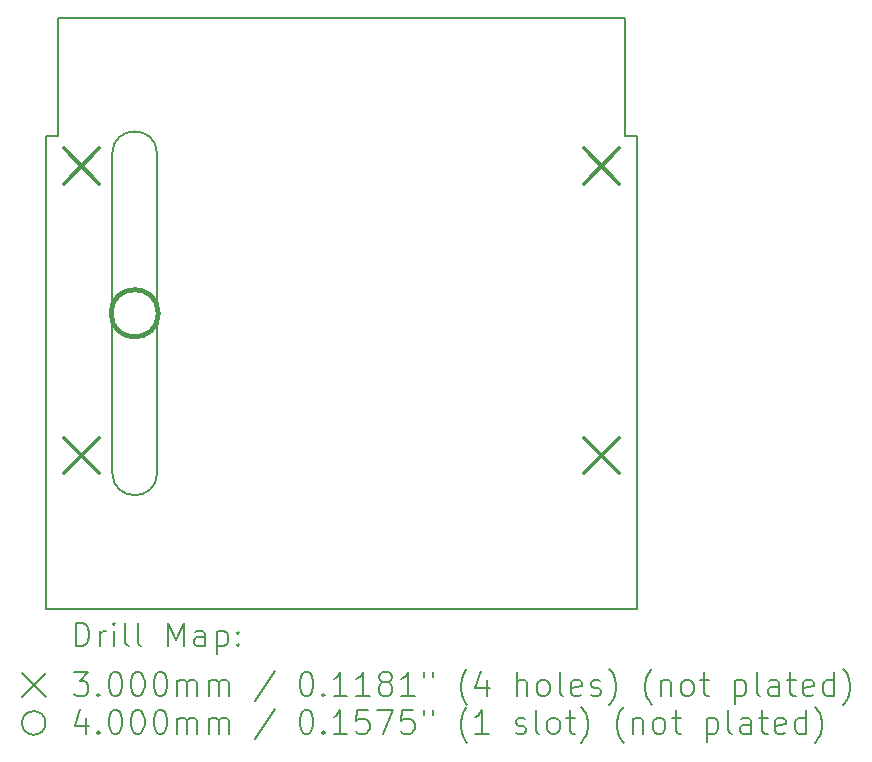
<source format=gbr>
%FSLAX45Y45*%
G04 Gerber Fmt 4.5, Leading zero omitted, Abs format (unit mm)*
G04 Created by KiCad (PCBNEW 5.99.0-unknown-0e3c79d3b2~131~ubuntu20.04.1) date 2021-09-07 14:14:46*
%MOMM*%
%LPD*%
G01*
G04 APERTURE LIST*
%TA.AperFunction,Profile*%
%ADD10C,0.127000*%
%TD*%
%ADD11C,0.200000*%
%ADD12C,0.300000*%
%ADD13C,0.400000*%
G04 APERTURE END LIST*
D10*
X16400000Y-8500000D02*
X16400000Y-12500000D01*
X11400000Y-12500000D02*
X11400000Y-8500000D01*
X16300000Y-8500000D02*
X16400000Y-8500000D01*
X16300000Y-7500000D02*
X16300000Y-8500000D01*
X11400000Y-8500000D02*
X11500000Y-8500000D01*
X11500000Y-8500000D02*
X11500000Y-7500000D01*
X11500000Y-7500000D02*
X16300000Y-7500000D01*
X16400000Y-12500000D02*
X11400000Y-12500000D01*
D11*
D12*
X11550000Y-8600000D02*
X11850000Y-8900000D01*
X11850000Y-8600000D02*
X11550000Y-8900000D01*
X11550000Y-11050000D02*
X11850000Y-11350000D01*
X11850000Y-11050000D02*
X11550000Y-11350000D01*
X15950000Y-8600000D02*
X16250000Y-8900000D01*
X16250000Y-8600000D02*
X15950000Y-8900000D01*
X15950000Y-11050000D02*
X16250000Y-11350000D01*
X16250000Y-11050000D02*
X15950000Y-11350000D01*
D13*
X12348102Y-9997500D02*
G75*
G03*
X12348102Y-9997500I-200000J0D01*
G01*
D11*
X11958102Y-8647500D02*
X11958102Y-11347500D01*
X12338102Y-8647500D02*
X12338102Y-11347500D01*
X11958102Y-11347500D02*
G75*
G03*
X12338102Y-11347500I190000J0D01*
G01*
X12338102Y-8647500D02*
G75*
G03*
X11958102Y-8647500I-190000J0D01*
G01*
X11651269Y-12816826D02*
X11651269Y-12616826D01*
X11698888Y-12616826D01*
X11727459Y-12626350D01*
X11746507Y-12645398D01*
X11756031Y-12664445D01*
X11765555Y-12702540D01*
X11765555Y-12731112D01*
X11756031Y-12769207D01*
X11746507Y-12788255D01*
X11727459Y-12807302D01*
X11698888Y-12816826D01*
X11651269Y-12816826D01*
X11851269Y-12816826D02*
X11851269Y-12683493D01*
X11851269Y-12721588D02*
X11860793Y-12702540D01*
X11870317Y-12693017D01*
X11889364Y-12683493D01*
X11908412Y-12683493D01*
X11975078Y-12816826D02*
X11975078Y-12683493D01*
X11975078Y-12616826D02*
X11965555Y-12626350D01*
X11975078Y-12635874D01*
X11984602Y-12626350D01*
X11975078Y-12616826D01*
X11975078Y-12635874D01*
X12098888Y-12816826D02*
X12079840Y-12807302D01*
X12070317Y-12788255D01*
X12070317Y-12616826D01*
X12203650Y-12816826D02*
X12184602Y-12807302D01*
X12175078Y-12788255D01*
X12175078Y-12616826D01*
X12432221Y-12816826D02*
X12432221Y-12616826D01*
X12498888Y-12759683D01*
X12565555Y-12616826D01*
X12565555Y-12816826D01*
X12746507Y-12816826D02*
X12746507Y-12712064D01*
X12736983Y-12693017D01*
X12717936Y-12683493D01*
X12679840Y-12683493D01*
X12660793Y-12693017D01*
X12746507Y-12807302D02*
X12727459Y-12816826D01*
X12679840Y-12816826D01*
X12660793Y-12807302D01*
X12651269Y-12788255D01*
X12651269Y-12769207D01*
X12660793Y-12750159D01*
X12679840Y-12740636D01*
X12727459Y-12740636D01*
X12746507Y-12731112D01*
X12841745Y-12683493D02*
X12841745Y-12883493D01*
X12841745Y-12693017D02*
X12860793Y-12683493D01*
X12898888Y-12683493D01*
X12917936Y-12693017D01*
X12927459Y-12702540D01*
X12936983Y-12721588D01*
X12936983Y-12778731D01*
X12927459Y-12797778D01*
X12917936Y-12807302D01*
X12898888Y-12816826D01*
X12860793Y-12816826D01*
X12841745Y-12807302D01*
X13022698Y-12797778D02*
X13032221Y-12807302D01*
X13022698Y-12816826D01*
X13013174Y-12807302D01*
X13022698Y-12797778D01*
X13022698Y-12816826D01*
X13022698Y-12693017D02*
X13032221Y-12702540D01*
X13022698Y-12712064D01*
X13013174Y-12702540D01*
X13022698Y-12693017D01*
X13022698Y-12712064D01*
X11193650Y-13046350D02*
X11393650Y-13246350D01*
X11393650Y-13046350D02*
X11193650Y-13246350D01*
X11632221Y-13036826D02*
X11756031Y-13036826D01*
X11689364Y-13113017D01*
X11717936Y-13113017D01*
X11736983Y-13122540D01*
X11746507Y-13132064D01*
X11756031Y-13151112D01*
X11756031Y-13198731D01*
X11746507Y-13217778D01*
X11736983Y-13227302D01*
X11717936Y-13236826D01*
X11660793Y-13236826D01*
X11641745Y-13227302D01*
X11632221Y-13217778D01*
X11841745Y-13217778D02*
X11851269Y-13227302D01*
X11841745Y-13236826D01*
X11832221Y-13227302D01*
X11841745Y-13217778D01*
X11841745Y-13236826D01*
X11975078Y-13036826D02*
X11994126Y-13036826D01*
X12013174Y-13046350D01*
X12022698Y-13055874D01*
X12032221Y-13074921D01*
X12041745Y-13113017D01*
X12041745Y-13160636D01*
X12032221Y-13198731D01*
X12022698Y-13217778D01*
X12013174Y-13227302D01*
X11994126Y-13236826D01*
X11975078Y-13236826D01*
X11956031Y-13227302D01*
X11946507Y-13217778D01*
X11936983Y-13198731D01*
X11927459Y-13160636D01*
X11927459Y-13113017D01*
X11936983Y-13074921D01*
X11946507Y-13055874D01*
X11956031Y-13046350D01*
X11975078Y-13036826D01*
X12165555Y-13036826D02*
X12184602Y-13036826D01*
X12203650Y-13046350D01*
X12213174Y-13055874D01*
X12222698Y-13074921D01*
X12232221Y-13113017D01*
X12232221Y-13160636D01*
X12222698Y-13198731D01*
X12213174Y-13217778D01*
X12203650Y-13227302D01*
X12184602Y-13236826D01*
X12165555Y-13236826D01*
X12146507Y-13227302D01*
X12136983Y-13217778D01*
X12127459Y-13198731D01*
X12117936Y-13160636D01*
X12117936Y-13113017D01*
X12127459Y-13074921D01*
X12136983Y-13055874D01*
X12146507Y-13046350D01*
X12165555Y-13036826D01*
X12356031Y-13036826D02*
X12375078Y-13036826D01*
X12394126Y-13046350D01*
X12403650Y-13055874D01*
X12413174Y-13074921D01*
X12422698Y-13113017D01*
X12422698Y-13160636D01*
X12413174Y-13198731D01*
X12403650Y-13217778D01*
X12394126Y-13227302D01*
X12375078Y-13236826D01*
X12356031Y-13236826D01*
X12336983Y-13227302D01*
X12327459Y-13217778D01*
X12317936Y-13198731D01*
X12308412Y-13160636D01*
X12308412Y-13113017D01*
X12317936Y-13074921D01*
X12327459Y-13055874D01*
X12336983Y-13046350D01*
X12356031Y-13036826D01*
X12508412Y-13236826D02*
X12508412Y-13103493D01*
X12508412Y-13122540D02*
X12517936Y-13113017D01*
X12536983Y-13103493D01*
X12565555Y-13103493D01*
X12584602Y-13113017D01*
X12594126Y-13132064D01*
X12594126Y-13236826D01*
X12594126Y-13132064D02*
X12603650Y-13113017D01*
X12622698Y-13103493D01*
X12651269Y-13103493D01*
X12670317Y-13113017D01*
X12679840Y-13132064D01*
X12679840Y-13236826D01*
X12775078Y-13236826D02*
X12775078Y-13103493D01*
X12775078Y-13122540D02*
X12784602Y-13113017D01*
X12803650Y-13103493D01*
X12832221Y-13103493D01*
X12851269Y-13113017D01*
X12860793Y-13132064D01*
X12860793Y-13236826D01*
X12860793Y-13132064D02*
X12870317Y-13113017D01*
X12889364Y-13103493D01*
X12917936Y-13103493D01*
X12936983Y-13113017D01*
X12946507Y-13132064D01*
X12946507Y-13236826D01*
X13336983Y-13027302D02*
X13165555Y-13284445D01*
X13594126Y-13036826D02*
X13613174Y-13036826D01*
X13632221Y-13046350D01*
X13641745Y-13055874D01*
X13651269Y-13074921D01*
X13660793Y-13113017D01*
X13660793Y-13160636D01*
X13651269Y-13198731D01*
X13641745Y-13217778D01*
X13632221Y-13227302D01*
X13613174Y-13236826D01*
X13594126Y-13236826D01*
X13575078Y-13227302D01*
X13565555Y-13217778D01*
X13556031Y-13198731D01*
X13546507Y-13160636D01*
X13546507Y-13113017D01*
X13556031Y-13074921D01*
X13565555Y-13055874D01*
X13575078Y-13046350D01*
X13594126Y-13036826D01*
X13746507Y-13217778D02*
X13756031Y-13227302D01*
X13746507Y-13236826D01*
X13736983Y-13227302D01*
X13746507Y-13217778D01*
X13746507Y-13236826D01*
X13946507Y-13236826D02*
X13832221Y-13236826D01*
X13889364Y-13236826D02*
X13889364Y-13036826D01*
X13870317Y-13065398D01*
X13851269Y-13084445D01*
X13832221Y-13093969D01*
X14136983Y-13236826D02*
X14022698Y-13236826D01*
X14079840Y-13236826D02*
X14079840Y-13036826D01*
X14060793Y-13065398D01*
X14041745Y-13084445D01*
X14022698Y-13093969D01*
X14251269Y-13122540D02*
X14232221Y-13113017D01*
X14222698Y-13103493D01*
X14213174Y-13084445D01*
X14213174Y-13074921D01*
X14222698Y-13055874D01*
X14232221Y-13046350D01*
X14251269Y-13036826D01*
X14289364Y-13036826D01*
X14308412Y-13046350D01*
X14317936Y-13055874D01*
X14327459Y-13074921D01*
X14327459Y-13084445D01*
X14317936Y-13103493D01*
X14308412Y-13113017D01*
X14289364Y-13122540D01*
X14251269Y-13122540D01*
X14232221Y-13132064D01*
X14222698Y-13141588D01*
X14213174Y-13160636D01*
X14213174Y-13198731D01*
X14222698Y-13217778D01*
X14232221Y-13227302D01*
X14251269Y-13236826D01*
X14289364Y-13236826D01*
X14308412Y-13227302D01*
X14317936Y-13217778D01*
X14327459Y-13198731D01*
X14327459Y-13160636D01*
X14317936Y-13141588D01*
X14308412Y-13132064D01*
X14289364Y-13122540D01*
X14517936Y-13236826D02*
X14403650Y-13236826D01*
X14460793Y-13236826D02*
X14460793Y-13036826D01*
X14441745Y-13065398D01*
X14422698Y-13084445D01*
X14403650Y-13093969D01*
X14594126Y-13036826D02*
X14594126Y-13074921D01*
X14670317Y-13036826D02*
X14670317Y-13074921D01*
X14965555Y-13313017D02*
X14956031Y-13303493D01*
X14936983Y-13274921D01*
X14927459Y-13255874D01*
X14917936Y-13227302D01*
X14908412Y-13179683D01*
X14908412Y-13141588D01*
X14917936Y-13093969D01*
X14927459Y-13065398D01*
X14936983Y-13046350D01*
X14956031Y-13017778D01*
X14965555Y-13008255D01*
X15127459Y-13103493D02*
X15127459Y-13236826D01*
X15079840Y-13027302D02*
X15032221Y-13170159D01*
X15156031Y-13170159D01*
X15384602Y-13236826D02*
X15384602Y-13036826D01*
X15470317Y-13236826D02*
X15470317Y-13132064D01*
X15460793Y-13113017D01*
X15441745Y-13103493D01*
X15413174Y-13103493D01*
X15394126Y-13113017D01*
X15384602Y-13122540D01*
X15594126Y-13236826D02*
X15575078Y-13227302D01*
X15565555Y-13217778D01*
X15556031Y-13198731D01*
X15556031Y-13141588D01*
X15565555Y-13122540D01*
X15575078Y-13113017D01*
X15594126Y-13103493D01*
X15622698Y-13103493D01*
X15641745Y-13113017D01*
X15651269Y-13122540D01*
X15660793Y-13141588D01*
X15660793Y-13198731D01*
X15651269Y-13217778D01*
X15641745Y-13227302D01*
X15622698Y-13236826D01*
X15594126Y-13236826D01*
X15775078Y-13236826D02*
X15756031Y-13227302D01*
X15746507Y-13208255D01*
X15746507Y-13036826D01*
X15927459Y-13227302D02*
X15908412Y-13236826D01*
X15870317Y-13236826D01*
X15851269Y-13227302D01*
X15841745Y-13208255D01*
X15841745Y-13132064D01*
X15851269Y-13113017D01*
X15870317Y-13103493D01*
X15908412Y-13103493D01*
X15927459Y-13113017D01*
X15936983Y-13132064D01*
X15936983Y-13151112D01*
X15841745Y-13170159D01*
X16013174Y-13227302D02*
X16032221Y-13236826D01*
X16070317Y-13236826D01*
X16089364Y-13227302D01*
X16098888Y-13208255D01*
X16098888Y-13198731D01*
X16089364Y-13179683D01*
X16070317Y-13170159D01*
X16041745Y-13170159D01*
X16022698Y-13160636D01*
X16013174Y-13141588D01*
X16013174Y-13132064D01*
X16022698Y-13113017D01*
X16041745Y-13103493D01*
X16070317Y-13103493D01*
X16089364Y-13113017D01*
X16165555Y-13313017D02*
X16175078Y-13303493D01*
X16194126Y-13274921D01*
X16203650Y-13255874D01*
X16213174Y-13227302D01*
X16222698Y-13179683D01*
X16222698Y-13141588D01*
X16213174Y-13093969D01*
X16203650Y-13065398D01*
X16194126Y-13046350D01*
X16175078Y-13017778D01*
X16165555Y-13008255D01*
X16527459Y-13313017D02*
X16517936Y-13303493D01*
X16498888Y-13274921D01*
X16489364Y-13255874D01*
X16479840Y-13227302D01*
X16470317Y-13179683D01*
X16470317Y-13141588D01*
X16479840Y-13093969D01*
X16489364Y-13065398D01*
X16498888Y-13046350D01*
X16517936Y-13017778D01*
X16527459Y-13008255D01*
X16603650Y-13103493D02*
X16603650Y-13236826D01*
X16603650Y-13122540D02*
X16613174Y-13113017D01*
X16632221Y-13103493D01*
X16660793Y-13103493D01*
X16679840Y-13113017D01*
X16689364Y-13132064D01*
X16689364Y-13236826D01*
X16813174Y-13236826D02*
X16794126Y-13227302D01*
X16784602Y-13217778D01*
X16775078Y-13198731D01*
X16775078Y-13141588D01*
X16784602Y-13122540D01*
X16794126Y-13113017D01*
X16813174Y-13103493D01*
X16841745Y-13103493D01*
X16860793Y-13113017D01*
X16870317Y-13122540D01*
X16879840Y-13141588D01*
X16879840Y-13198731D01*
X16870317Y-13217778D01*
X16860793Y-13227302D01*
X16841745Y-13236826D01*
X16813174Y-13236826D01*
X16936983Y-13103493D02*
X17013174Y-13103493D01*
X16965555Y-13036826D02*
X16965555Y-13208255D01*
X16975079Y-13227302D01*
X16994126Y-13236826D01*
X17013174Y-13236826D01*
X17232221Y-13103493D02*
X17232221Y-13303493D01*
X17232221Y-13113017D02*
X17251269Y-13103493D01*
X17289364Y-13103493D01*
X17308412Y-13113017D01*
X17317936Y-13122540D01*
X17327460Y-13141588D01*
X17327460Y-13198731D01*
X17317936Y-13217778D01*
X17308412Y-13227302D01*
X17289364Y-13236826D01*
X17251269Y-13236826D01*
X17232221Y-13227302D01*
X17441745Y-13236826D02*
X17422698Y-13227302D01*
X17413174Y-13208255D01*
X17413174Y-13036826D01*
X17603650Y-13236826D02*
X17603650Y-13132064D01*
X17594126Y-13113017D01*
X17575079Y-13103493D01*
X17536983Y-13103493D01*
X17517936Y-13113017D01*
X17603650Y-13227302D02*
X17584602Y-13236826D01*
X17536983Y-13236826D01*
X17517936Y-13227302D01*
X17508412Y-13208255D01*
X17508412Y-13189207D01*
X17517936Y-13170159D01*
X17536983Y-13160636D01*
X17584602Y-13160636D01*
X17603650Y-13151112D01*
X17670317Y-13103493D02*
X17746507Y-13103493D01*
X17698888Y-13036826D02*
X17698888Y-13208255D01*
X17708412Y-13227302D01*
X17727460Y-13236826D01*
X17746507Y-13236826D01*
X17889364Y-13227302D02*
X17870317Y-13236826D01*
X17832221Y-13236826D01*
X17813174Y-13227302D01*
X17803650Y-13208255D01*
X17803650Y-13132064D01*
X17813174Y-13113017D01*
X17832221Y-13103493D01*
X17870317Y-13103493D01*
X17889364Y-13113017D01*
X17898888Y-13132064D01*
X17898888Y-13151112D01*
X17803650Y-13170159D01*
X18070317Y-13236826D02*
X18070317Y-13036826D01*
X18070317Y-13227302D02*
X18051269Y-13236826D01*
X18013174Y-13236826D01*
X17994126Y-13227302D01*
X17984602Y-13217778D01*
X17975079Y-13198731D01*
X17975079Y-13141588D01*
X17984602Y-13122540D01*
X17994126Y-13113017D01*
X18013174Y-13103493D01*
X18051269Y-13103493D01*
X18070317Y-13113017D01*
X18146507Y-13313017D02*
X18156031Y-13303493D01*
X18175079Y-13274921D01*
X18184602Y-13255874D01*
X18194126Y-13227302D01*
X18203650Y-13179683D01*
X18203650Y-13141588D01*
X18194126Y-13093969D01*
X18184602Y-13065398D01*
X18175079Y-13046350D01*
X18156031Y-13017778D01*
X18146507Y-13008255D01*
X11393650Y-13466350D02*
G75*
G03*
X11393650Y-13466350I-100000J0D01*
G01*
X11736983Y-13423493D02*
X11736983Y-13556826D01*
X11689364Y-13347302D02*
X11641745Y-13490159D01*
X11765555Y-13490159D01*
X11841745Y-13537778D02*
X11851269Y-13547302D01*
X11841745Y-13556826D01*
X11832221Y-13547302D01*
X11841745Y-13537778D01*
X11841745Y-13556826D01*
X11975078Y-13356826D02*
X11994126Y-13356826D01*
X12013174Y-13366350D01*
X12022698Y-13375874D01*
X12032221Y-13394921D01*
X12041745Y-13433017D01*
X12041745Y-13480636D01*
X12032221Y-13518731D01*
X12022698Y-13537778D01*
X12013174Y-13547302D01*
X11994126Y-13556826D01*
X11975078Y-13556826D01*
X11956031Y-13547302D01*
X11946507Y-13537778D01*
X11936983Y-13518731D01*
X11927459Y-13480636D01*
X11927459Y-13433017D01*
X11936983Y-13394921D01*
X11946507Y-13375874D01*
X11956031Y-13366350D01*
X11975078Y-13356826D01*
X12165555Y-13356826D02*
X12184602Y-13356826D01*
X12203650Y-13366350D01*
X12213174Y-13375874D01*
X12222698Y-13394921D01*
X12232221Y-13433017D01*
X12232221Y-13480636D01*
X12222698Y-13518731D01*
X12213174Y-13537778D01*
X12203650Y-13547302D01*
X12184602Y-13556826D01*
X12165555Y-13556826D01*
X12146507Y-13547302D01*
X12136983Y-13537778D01*
X12127459Y-13518731D01*
X12117936Y-13480636D01*
X12117936Y-13433017D01*
X12127459Y-13394921D01*
X12136983Y-13375874D01*
X12146507Y-13366350D01*
X12165555Y-13356826D01*
X12356031Y-13356826D02*
X12375078Y-13356826D01*
X12394126Y-13366350D01*
X12403650Y-13375874D01*
X12413174Y-13394921D01*
X12422698Y-13433017D01*
X12422698Y-13480636D01*
X12413174Y-13518731D01*
X12403650Y-13537778D01*
X12394126Y-13547302D01*
X12375078Y-13556826D01*
X12356031Y-13556826D01*
X12336983Y-13547302D01*
X12327459Y-13537778D01*
X12317936Y-13518731D01*
X12308412Y-13480636D01*
X12308412Y-13433017D01*
X12317936Y-13394921D01*
X12327459Y-13375874D01*
X12336983Y-13366350D01*
X12356031Y-13356826D01*
X12508412Y-13556826D02*
X12508412Y-13423493D01*
X12508412Y-13442540D02*
X12517936Y-13433017D01*
X12536983Y-13423493D01*
X12565555Y-13423493D01*
X12584602Y-13433017D01*
X12594126Y-13452064D01*
X12594126Y-13556826D01*
X12594126Y-13452064D02*
X12603650Y-13433017D01*
X12622698Y-13423493D01*
X12651269Y-13423493D01*
X12670317Y-13433017D01*
X12679840Y-13452064D01*
X12679840Y-13556826D01*
X12775078Y-13556826D02*
X12775078Y-13423493D01*
X12775078Y-13442540D02*
X12784602Y-13433017D01*
X12803650Y-13423493D01*
X12832221Y-13423493D01*
X12851269Y-13433017D01*
X12860793Y-13452064D01*
X12860793Y-13556826D01*
X12860793Y-13452064D02*
X12870317Y-13433017D01*
X12889364Y-13423493D01*
X12917936Y-13423493D01*
X12936983Y-13433017D01*
X12946507Y-13452064D01*
X12946507Y-13556826D01*
X13336983Y-13347302D02*
X13165555Y-13604445D01*
X13594126Y-13356826D02*
X13613174Y-13356826D01*
X13632221Y-13366350D01*
X13641745Y-13375874D01*
X13651269Y-13394921D01*
X13660793Y-13433017D01*
X13660793Y-13480636D01*
X13651269Y-13518731D01*
X13641745Y-13537778D01*
X13632221Y-13547302D01*
X13613174Y-13556826D01*
X13594126Y-13556826D01*
X13575078Y-13547302D01*
X13565555Y-13537778D01*
X13556031Y-13518731D01*
X13546507Y-13480636D01*
X13546507Y-13433017D01*
X13556031Y-13394921D01*
X13565555Y-13375874D01*
X13575078Y-13366350D01*
X13594126Y-13356826D01*
X13746507Y-13537778D02*
X13756031Y-13547302D01*
X13746507Y-13556826D01*
X13736983Y-13547302D01*
X13746507Y-13537778D01*
X13746507Y-13556826D01*
X13946507Y-13556826D02*
X13832221Y-13556826D01*
X13889364Y-13556826D02*
X13889364Y-13356826D01*
X13870317Y-13385398D01*
X13851269Y-13404445D01*
X13832221Y-13413969D01*
X14127459Y-13356826D02*
X14032221Y-13356826D01*
X14022698Y-13452064D01*
X14032221Y-13442540D01*
X14051269Y-13433017D01*
X14098888Y-13433017D01*
X14117936Y-13442540D01*
X14127459Y-13452064D01*
X14136983Y-13471112D01*
X14136983Y-13518731D01*
X14127459Y-13537778D01*
X14117936Y-13547302D01*
X14098888Y-13556826D01*
X14051269Y-13556826D01*
X14032221Y-13547302D01*
X14022698Y-13537778D01*
X14203650Y-13356826D02*
X14336983Y-13356826D01*
X14251269Y-13556826D01*
X14508412Y-13356826D02*
X14413174Y-13356826D01*
X14403650Y-13452064D01*
X14413174Y-13442540D01*
X14432221Y-13433017D01*
X14479840Y-13433017D01*
X14498888Y-13442540D01*
X14508412Y-13452064D01*
X14517936Y-13471112D01*
X14517936Y-13518731D01*
X14508412Y-13537778D01*
X14498888Y-13547302D01*
X14479840Y-13556826D01*
X14432221Y-13556826D01*
X14413174Y-13547302D01*
X14403650Y-13537778D01*
X14594126Y-13356826D02*
X14594126Y-13394921D01*
X14670317Y-13356826D02*
X14670317Y-13394921D01*
X14965555Y-13633017D02*
X14956031Y-13623493D01*
X14936983Y-13594921D01*
X14927459Y-13575874D01*
X14917936Y-13547302D01*
X14908412Y-13499683D01*
X14908412Y-13461588D01*
X14917936Y-13413969D01*
X14927459Y-13385398D01*
X14936983Y-13366350D01*
X14956031Y-13337778D01*
X14965555Y-13328255D01*
X15146507Y-13556826D02*
X15032221Y-13556826D01*
X15089364Y-13556826D02*
X15089364Y-13356826D01*
X15070317Y-13385398D01*
X15051269Y-13404445D01*
X15032221Y-13413969D01*
X15375078Y-13547302D02*
X15394126Y-13556826D01*
X15432221Y-13556826D01*
X15451269Y-13547302D01*
X15460793Y-13528255D01*
X15460793Y-13518731D01*
X15451269Y-13499683D01*
X15432221Y-13490159D01*
X15403650Y-13490159D01*
X15384602Y-13480636D01*
X15375078Y-13461588D01*
X15375078Y-13452064D01*
X15384602Y-13433017D01*
X15403650Y-13423493D01*
X15432221Y-13423493D01*
X15451269Y-13433017D01*
X15575078Y-13556826D02*
X15556031Y-13547302D01*
X15546507Y-13528255D01*
X15546507Y-13356826D01*
X15679840Y-13556826D02*
X15660793Y-13547302D01*
X15651269Y-13537778D01*
X15641745Y-13518731D01*
X15641745Y-13461588D01*
X15651269Y-13442540D01*
X15660793Y-13433017D01*
X15679840Y-13423493D01*
X15708412Y-13423493D01*
X15727459Y-13433017D01*
X15736983Y-13442540D01*
X15746507Y-13461588D01*
X15746507Y-13518731D01*
X15736983Y-13537778D01*
X15727459Y-13547302D01*
X15708412Y-13556826D01*
X15679840Y-13556826D01*
X15803650Y-13423493D02*
X15879840Y-13423493D01*
X15832221Y-13356826D02*
X15832221Y-13528255D01*
X15841745Y-13547302D01*
X15860793Y-13556826D01*
X15879840Y-13556826D01*
X15927459Y-13633017D02*
X15936983Y-13623493D01*
X15956031Y-13594921D01*
X15965555Y-13575874D01*
X15975078Y-13547302D01*
X15984602Y-13499683D01*
X15984602Y-13461588D01*
X15975078Y-13413969D01*
X15965555Y-13385398D01*
X15956031Y-13366350D01*
X15936983Y-13337778D01*
X15927459Y-13328255D01*
X16289364Y-13633017D02*
X16279840Y-13623493D01*
X16260793Y-13594921D01*
X16251269Y-13575874D01*
X16241745Y-13547302D01*
X16232221Y-13499683D01*
X16232221Y-13461588D01*
X16241745Y-13413969D01*
X16251269Y-13385398D01*
X16260793Y-13366350D01*
X16279840Y-13337778D01*
X16289364Y-13328255D01*
X16365555Y-13423493D02*
X16365555Y-13556826D01*
X16365555Y-13442540D02*
X16375078Y-13433017D01*
X16394126Y-13423493D01*
X16422698Y-13423493D01*
X16441745Y-13433017D01*
X16451269Y-13452064D01*
X16451269Y-13556826D01*
X16575078Y-13556826D02*
X16556031Y-13547302D01*
X16546507Y-13537778D01*
X16536983Y-13518731D01*
X16536983Y-13461588D01*
X16546507Y-13442540D01*
X16556031Y-13433017D01*
X16575078Y-13423493D01*
X16603650Y-13423493D01*
X16622698Y-13433017D01*
X16632221Y-13442540D01*
X16641745Y-13461588D01*
X16641745Y-13518731D01*
X16632221Y-13537778D01*
X16622698Y-13547302D01*
X16603650Y-13556826D01*
X16575078Y-13556826D01*
X16698888Y-13423493D02*
X16775078Y-13423493D01*
X16727459Y-13356826D02*
X16727459Y-13528255D01*
X16736983Y-13547302D01*
X16756031Y-13556826D01*
X16775078Y-13556826D01*
X16994126Y-13423493D02*
X16994126Y-13623493D01*
X16994126Y-13433017D02*
X17013174Y-13423493D01*
X17051269Y-13423493D01*
X17070317Y-13433017D01*
X17079840Y-13442540D01*
X17089364Y-13461588D01*
X17089364Y-13518731D01*
X17079840Y-13537778D01*
X17070317Y-13547302D01*
X17051269Y-13556826D01*
X17013174Y-13556826D01*
X16994126Y-13547302D01*
X17203650Y-13556826D02*
X17184602Y-13547302D01*
X17175079Y-13528255D01*
X17175079Y-13356826D01*
X17365555Y-13556826D02*
X17365555Y-13452064D01*
X17356031Y-13433017D01*
X17336983Y-13423493D01*
X17298888Y-13423493D01*
X17279840Y-13433017D01*
X17365555Y-13547302D02*
X17346507Y-13556826D01*
X17298888Y-13556826D01*
X17279840Y-13547302D01*
X17270317Y-13528255D01*
X17270317Y-13509207D01*
X17279840Y-13490159D01*
X17298888Y-13480636D01*
X17346507Y-13480636D01*
X17365555Y-13471112D01*
X17432221Y-13423493D02*
X17508412Y-13423493D01*
X17460793Y-13356826D02*
X17460793Y-13528255D01*
X17470317Y-13547302D01*
X17489364Y-13556826D01*
X17508412Y-13556826D01*
X17651269Y-13547302D02*
X17632221Y-13556826D01*
X17594126Y-13556826D01*
X17575079Y-13547302D01*
X17565555Y-13528255D01*
X17565555Y-13452064D01*
X17575079Y-13433017D01*
X17594126Y-13423493D01*
X17632221Y-13423493D01*
X17651269Y-13433017D01*
X17660793Y-13452064D01*
X17660793Y-13471112D01*
X17565555Y-13490159D01*
X17832221Y-13556826D02*
X17832221Y-13356826D01*
X17832221Y-13547302D02*
X17813174Y-13556826D01*
X17775079Y-13556826D01*
X17756031Y-13547302D01*
X17746507Y-13537778D01*
X17736983Y-13518731D01*
X17736983Y-13461588D01*
X17746507Y-13442540D01*
X17756031Y-13433017D01*
X17775079Y-13423493D01*
X17813174Y-13423493D01*
X17832221Y-13433017D01*
X17908412Y-13633017D02*
X17917936Y-13623493D01*
X17936983Y-13594921D01*
X17946507Y-13575874D01*
X17956031Y-13547302D01*
X17965555Y-13499683D01*
X17965555Y-13461588D01*
X17956031Y-13413969D01*
X17946507Y-13385398D01*
X17936983Y-13366350D01*
X17917936Y-13337778D01*
X17908412Y-13328255D01*
M02*

</source>
